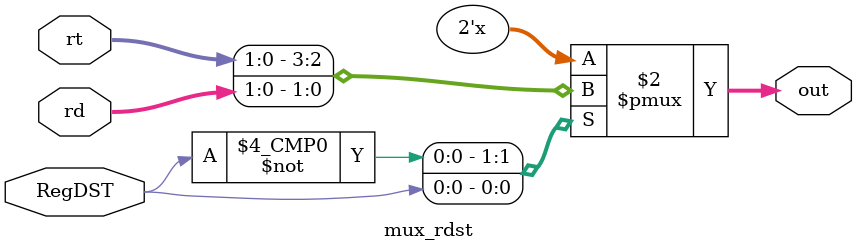
<source format=v>
`timescale 1ns / 1ps


module mux_rdst(input[1:0] rt, input [1:0] rd, input RegDST, output reg [1:0] out);
    always @(rt, rd, RegDST) begin 
        case (RegDST)
            1'b0: begin
                out = rt;
            end 
            1'b1: begin 
                out = rd;
            end 
        endcase
     end 
endmodule

</source>
